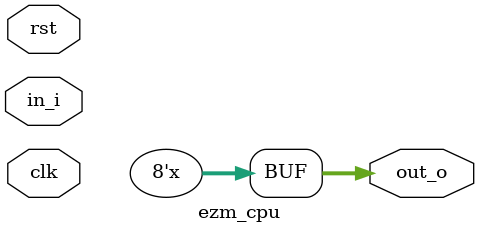
<source format=v>

module guianmonezm_ezmcpu (io_in ,io_out);
input [7:0] io_in;
output [7:0] io_out;

ezm_cpu cpu_top(
     .clk(io_in[0]),
     .rst(io_in[1]),
     .in_i(io_in[7:2]),
     .out_o(io_out[7:0])
);
endmodule

module ezm_cpu(in_i,clk,rst,out_o);
input wire[5:0] in_i;
input wire clk,rst;
output reg [7:0]out_o;
reg [7:0] c=0,pc=0;
reg [7:0] bank[7:0];
reg reset,state=0;
reg [2:0] instruction = 2'b00;
reg [5:0] instruction_buffer;
integer i; 


always @(rst)begin 
     if (rst) reset<=1;
     else 
     reset <=0;
end

always @(posedge clk)begin
     if (reset)begin
         state<=0;
     end 
     else begin
          state <= ~state;
          end      
end

always @(state)begin 
     if (reset)begin 
     for (i=0;i<8;i=i+1)begin
     bank[i] = 8'b0;
     end  
     c = 8'b0;
     pc= 8'b0;

     end 
     else begin

     case (state)
     0:begin
     
     instruction_buffer = in_i; 

     casex (instruction_buffer) 
          6'b000000:  instruction=3'b000;  //nop this is important 
          
          6'b1?????: 
          instruction=3'b001;  //load         
          
          6'b011???:
          instruction=3'b010; //conditional branch
          
          6'b001???:
          instruction=3'b011;//stra

          6'b010???:
          instruction=3'b100;//add
          
          6'b000001: 
          instruction=3'b101; //not
          
          default:instruction=3'b000;  //nop 
     endcase
     out_o= c;
     end 

     1: begin 
 
     case (instruction) 
          3'b001:begin 
          c = {{3{instruction_buffer[4]}},instruction_buffer[4:0]}; //load
          pc=pc+8'd1;
          end
          3'b010:begin 
          if (bank[instruction_buffer[2:0]]>c) begin // value in register greater than accumulator
          pc = pc - c;
          end 
          end //conditional branch
          3'b011: begin 
            bank[instruction_buffer[2:0]] = c;
            pc=pc+8'd1;
          end  
          3'b100: begin 
            c = (bank[instruction_buffer[2:0]] + c);
            pc=pc+8'd1;
          end//add
          3'b101:begin
            c = ~c; pc=pc+8'd1; end //negate 
          default:pc =pc+ 8'd1;
     endcase
     out_o= pc; 
     end
endcase
end
end

endmodule

</source>
